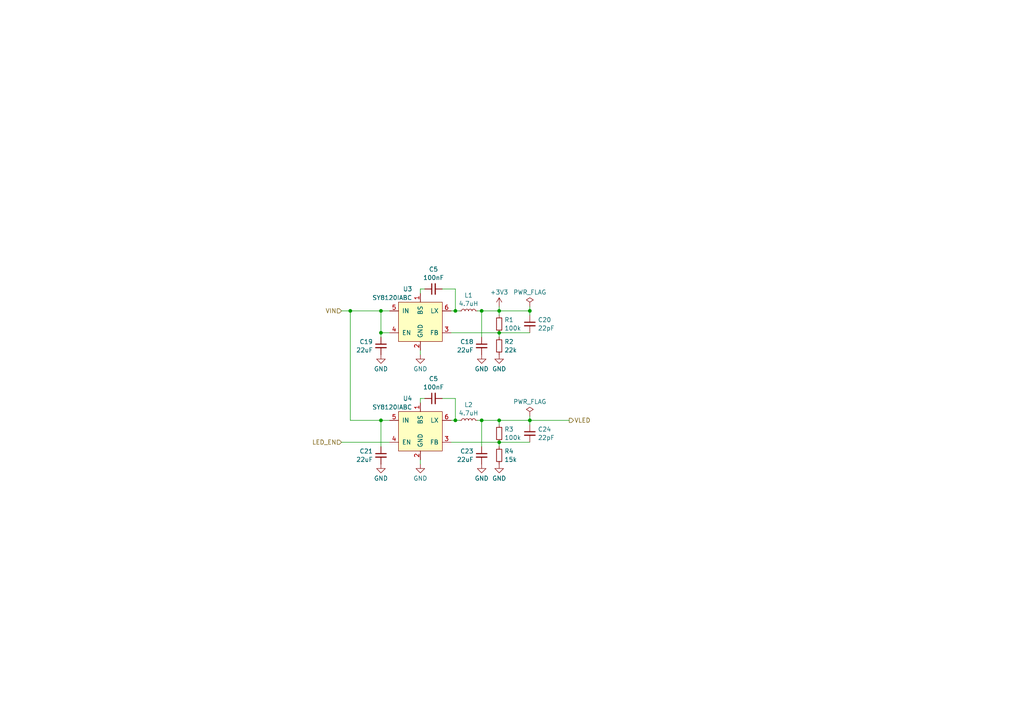
<source format=kicad_sch>
(kicad_sch (version 20230121) (generator eeschema)
  (paper "A4")
  (lib_symbols
    (symbol "Device:C_Small" (pin_numbers hide) (pin_names (offset 0.254) hide)
      (property "Reference" "C" (at 0.254 1.778 0))
      (property "Value" "C_Small" (at 0.254 -2.032 0))
      (symbol "C_Small_0_1"
        (polyline (pts (xy -1.524 -0.508) (xy 1.524 -0.508)) (stroke (width 0.3302)))
        (polyline (pts (xy -1.524 0.508) (xy 1.524 0.508)) (stroke (width 0.3048)))
      )
      (symbol "C_Small_1_1"
        (pin passive line (at 0 2.54 270) (length 2.032) (name "~") (number "1"))
        (pin passive line (at 0 -2.54 90) (length 2.032) (name "~") (number "2"))
      )
    )
    (symbol "Device:L_Small" (pin_numbers hide) (pin_names (offset 0.254) hide)
      (property "Reference" "L" (at 0.762 1.016 0))
      (property "Value" "L_Small" (at 0.762 -1.016 0))
      (symbol "L_Small_0_1"
        (arc (start 0 -2.032) (mid 0.5058 -1.524) (end 0 -1.016))
        (arc (start 0 -1.016) (mid 0.5058 -0.508) (end 0 0))
        (arc (start 0 0) (mid 0.5058 0.508) (end 0 1.016))
        (arc (start 0 1.016) (mid 0.5058 1.524) (end 0 2.032))
      )
      (symbol "L_Small_1_1"
        (pin passive line (at 0 2.54 270) (length 0.508) (name "~") (number "1"))
        (pin passive line (at 0 -2.54 90) (length 0.508) (name "~") (number "2"))
      )
    )
    (symbol "Device:R_Small" (pin_numbers hide) (pin_names (offset 0.254) hide)
      (property "Reference" "R" (at 0.762 0.508 0))
      (property "Value" "R_Small" (at 0.762 -1.016 0))
      (symbol "R_Small_0_1"
        (rectangle (start -0.762 1.778) (end 0.762 -1.778) (stroke (width 0.2032)))
      )
      (symbol "R_Small_1_1"
        (pin passive line (at 0 2.54 270) (length 0.762) (name "~") (number "1"))
        (pin passive line (at 0 -2.54 90) (length 0.762) (name "~") (number "2"))
      )
    )
    (symbol "Regulator_Switching_Silergy:SY8113B" (pin_names (offset 1.016))
      (property "Reference" "U" (at -3.81 1.27 0))
      (property "Value" "SY8113B" (at 5.08 1.27 0))
      (symbol "SY8113B_1_1"
        (rectangle (start -6.35 0) (end 6.35 -11.43) (fill (type background)))
        (pin bidirectional line (at 0 2.54 270) (length 2.54) (name "BS") (number "1"))
        (pin power_in line (at 0 -13.97 90) (length 2.54) (name "GND") (number "2"))
        (pin input line (at 8.89 -8.89 180) (length 2.54) (name "FB") (number "3"))
        (pin input line (at -8.89 -8.89 0) (length 2.54) (name "EN") (number "4"))
        (pin power_in line (at -8.89 -2.54 0) (length 2.54) (name "IN") (number "5"))
        (pin output line (at 8.89 -2.54 180) (length 2.54) (name "LX") (number "6"))
      )
    )
    (symbol "power:+3V3" (power) (pin_names (offset 0))
      (property "Value" "+3V3" (at 0 3.556 0))
      (symbol "+3V3_0_1"
        (polyline (pts (xy -0.762 1.27) (xy 0 2.54)))
        (polyline (pts (xy 0 0) (xy 0 2.54)))
        (polyline (pts (xy 0 2.54) (xy 0.762 1.27)))
      )
      (symbol "+3V3_1_1"
        (pin power_in line (at 0 0 90) (length 0) hide (name "+3V3") (number "1"))
      )
    )
    (symbol "power:GND" (power) (pin_names (offset 0))
      (property "Value" "GND" (at 0 -3.81 0))
      (symbol "GND_0_1"
        (polyline (pts (xy 0 0) (xy 0 -1.27) (xy 1.27 -1.27) (xy 0 -2.54) (xy -1.27 -1.27) (xy 0 -1.27)))
      )
      (symbol "GND_1_1"
        (pin power_in line (at 0 0 270) (length 0) hide (name "GND") (number "1"))
      )
    )
    (symbol "power:PWR_FLAG" (power) (pin_numbers hide) (pin_names (offset 0) hide)
      (property "Value" "PWR_FLAG" (at 0 3.81 0))
      (symbol "PWR_FLAG_0_0"
        (pin power_out line (at 0 0 90) (length 0) (name "pwr") (number "1"))
      )
      (symbol "PWR_FLAG_0_1"
        (polyline (pts (xy 0 0) (xy 0 1.27) (xy -1.016 1.905) (xy 0 2.54) (xy 1.016 1.905) (xy 0 1.27)))
      )
    )
  )
  (junction (at 144.78 128.27))
  (junction (at 132.08 90.17))
  (junction (at 153.67 121.92))
  (junction (at 144.78 96.52))
  (junction (at 101.6 90.17))
  (junction (at 144.78 121.92))
  (junction (at 110.49 96.52))
  (junction (at 132.08 121.92))
  (junction (at 110.49 121.92))
  (junction (at 144.78 90.17))
  (junction (at 153.67 90.17))
  (junction (at 139.7 90.17))
  (junction (at 139.7 121.92))
  (junction (at 110.49 90.17))
  (wire (pts (xy 121.92 83.82) (xy 121.92 85.09)))
  (wire (pts (xy 132.08 90.17) (xy 133.35 90.17)))
  (wire (pts (xy 121.92 101.6) (xy 121.92 102.87)))
  (wire (pts (xy 128.27 83.82) (xy 132.08 83.82)))
  (wire (pts (xy 139.7 90.17) (xy 138.43 90.17)))
  (wire (pts (xy 130.81 121.92) (xy 132.08 121.92)))
  (wire (pts (xy 144.78 121.92) (xy 153.67 121.92)))
  (wire (pts (xy 153.67 128.27) (xy 144.78 128.27)))
  (wire (pts (xy 101.6 121.92) (xy 110.49 121.92)))
  (wire (pts (xy 144.78 90.17) (xy 153.67 90.17)))
  (wire (pts (xy 132.08 115.57) (xy 132.08 121.92)))
  (wire (pts (xy 153.67 121.92) (xy 165.1 121.92)))
  (wire (pts (xy 153.67 90.17) (xy 153.67 91.44)))
  (wire (pts (xy 144.78 90.17) (xy 144.78 91.44)))
  (wire (pts (xy 153.67 120.65) (xy 153.67 121.92)))
  (wire (pts (xy 99.06 128.27) (xy 113.03 128.27)))
  (wire (pts (xy 110.49 97.79) (xy 110.49 96.52)))
  (wire (pts (xy 153.67 121.92) (xy 153.67 123.19)))
  (wire (pts (xy 144.78 96.52) (xy 144.78 97.79)))
  (wire (pts (xy 110.49 90.17) (xy 113.03 90.17)))
  (wire (pts (xy 99.06 90.17) (xy 101.6 90.17)))
  (wire (pts (xy 153.67 96.52) (xy 144.78 96.52)))
  (wire (pts (xy 130.81 96.52) (xy 144.78 96.52)))
  (wire (pts (xy 144.78 121.92) (xy 144.78 123.19)))
  (wire (pts (xy 110.49 121.92) (xy 110.49 129.54)))
  (wire (pts (xy 101.6 90.17) (xy 110.49 90.17)))
  (wire (pts (xy 139.7 90.17) (xy 139.7 97.79)))
  (wire (pts (xy 153.67 88.9) (xy 153.67 90.17)))
  (wire (pts (xy 139.7 121.92) (xy 144.78 121.92)))
  (wire (pts (xy 132.08 121.92) (xy 133.35 121.92)))
  (wire (pts (xy 130.81 128.27) (xy 144.78 128.27)))
  (wire (pts (xy 110.49 121.92) (xy 113.03 121.92)))
  (wire (pts (xy 130.81 90.17) (xy 132.08 90.17)))
  (wire (pts (xy 144.78 88.9) (xy 144.78 90.17)))
  (wire (pts (xy 128.27 115.57) (xy 132.08 115.57)))
  (wire (pts (xy 144.78 128.27) (xy 144.78 129.54)))
  (wire (pts (xy 123.19 115.57) (xy 121.92 115.57)))
  (wire (pts (xy 139.7 121.92) (xy 138.43 121.92)))
  (wire (pts (xy 121.92 115.57) (xy 121.92 116.84)))
  (wire (pts (xy 123.19 83.82) (xy 121.92 83.82)))
  (wire (pts (xy 101.6 90.17) (xy 101.6 121.92)))
  (wire (pts (xy 139.7 90.17) (xy 144.78 90.17)))
  (wire (pts (xy 139.7 121.92) (xy 139.7 129.54)))
  (wire (pts (xy 110.49 96.52) (xy 110.49 90.17)))
  (wire (pts (xy 132.08 83.82) (xy 132.08 90.17)))
  (wire (pts (xy 110.49 96.52) (xy 113.03 96.52)))
  (wire (pts (xy 121.92 133.35) (xy 121.92 134.62)))
  (hierarchical_label "LED_EN" (shape input) (at 99.06 128.27 180))
  (hierarchical_label "VLED" (shape output) (at 165.1 121.92 0))
  (hierarchical_label "VIN" (shape input) (at 99.06 90.17 180))
  (symbol (lib_id "power:GND") (at 139.7 134.62 0) (unit 1)
    (property "Reference" "#PWR041" (effects hide))
    (property "Value" "GND" (at 139.7 138.7531 0))
  )
  (symbol (lib_id "Device:R_Small") (at 144.78 132.08 0) (unit 1)
    (property "Reference" "R4" (at 146.2786 130.8679 0) (effects (justify left)))
    (property "Value" "15k" (at 146.2786 133.2921 0) (effects (justify left)))
    (property "Footprint" "Resistor_SMD:R_0402_1005Metric" (effects hide))
    (property "LCSC" "C25756" (effects hide))
  )
  (symbol (lib_id "power:PWR_FLAG") (at 153.67 88.9 0) (unit 1)
    (property "Reference" "#FLG01" (effects hide))
    (property "Value" "PWR_FLAG" (at 153.67 84.7669 0))
  )
  (symbol (lib_id "power:GND") (at 121.92 134.62 0) (unit 1)
    (property "Reference" "#PWR040" (effects hide))
    (property "Value" "GND" (at 121.92 138.7531 0))
  )
  (symbol (lib_id "power:GND") (at 139.7 102.87 0) (unit 1)
    (property "Reference" "#PWR034" (effects hide))
    (property "Value" "GND" (at 139.7 107.0031 0))
  )
  (symbol (lib_id "power:+3V3") (at 144.78 88.9 0) (unit 1)
    (property "Reference" "#PWR038" (effects hide))
    (property "Value" "+3V3" (at 144.78 84.7669 0))
  )
  (symbol (lib_id "Device:R_Small") (at 144.78 93.98 0) (unit 1)
    (property "Reference" "R1" (at 146.2786 92.7679 0) (effects (justify left)))
    (property "Value" "100k" (at 146.2786 95.1921 0) (effects (justify left)))
    (property "Footprint" "Resistor_SMD:R_0402_1005Metric" (effects hide))
    (property "LCSC" "C25741" (effects hide))
  )
  (symbol (lib_id "Device:C_Small") (at 125.73 115.57 90) (unit 1)
    (property "Reference" "C5" (at 125.7363 109.8636 90))
    (property "Value" "100nF" (at 125.7363 112.2878 90))
    (property "Footprint" "Capacitor_SMD:C_0402_1005Metric" (effects hide))
    (property "LCSC" "C1525" (effects hide))
    (instances (project "blinkekatze" (path "" (reference "C5") (unit 1)) (path "" (reference "C22") (unit 1))))
  )
  (symbol (lib_id "Regulator_Switching_Silergy:SY8113B") (at 121.92 119.38 0) (unit 1)
    (property "Reference" "U4" (at 116.84 115.57 0) (effects (justify left)))
    (property "Value" "SY8120IABC" (at 107.95 118.11 0) (effects (justify left)))
    (property "Footprint" "Package_TO_SOT_SMD:SOT-23-6" (effects hide))
    (property "Datasheet" "https://datasheet.lcsc.com/szlcsc/2001171834_Silergy-Corp-SY8120IABC_C479076.pdf" (effects hide))
    (property "LCSC" "C479076" (effects hide))
  )
  (symbol (lib_id "power:GND") (at 110.49 102.87 0) (unit 1)
    (property "Reference" "#PWR037" (effects hide))
    (property "Value" "GND" (at 110.49 107.0031 0))
  )
  (symbol (lib_id "Device:R_Small") (at 144.78 100.33 0) (unit 1)
    (property "Reference" "R2" (at 146.2786 99.1179 0) (effects (justify left)))
    (property "Value" "22k" (at 146.2786 101.5421 0) (effects (justify left)))
    (property "Footprint" "Resistor_SMD:R_0402_1005Metric" (effects hide))
    (property "LCSC" "C25768" (effects hide))
  )
  (symbol (lib_id "Device:C_Small") (at 110.49 100.33 0) (mirror y) (unit 1)
    (property "Reference" "C19" (at 108.1659 99.1242 0) (effects (justify left)))
    (property "Value" "22uF" (at 108.1659 101.5484 0) (effects (justify left)))
    (property "Footprint" "Capacitor_SMD:C_0805_2012Metric" (effects hide))
    (property "LCSC" "C45783" (effects hide))
  )
  (symbol (lib_id "Device:R_Small") (at 144.78 125.73 0) (unit 1)
    (property "Reference" "R3" (at 146.2786 124.5179 0) (effects (justify left)))
    (property "Value" "100k" (at 146.2786 126.9421 0) (effects (justify left)))
    (property "Footprint" "Resistor_SMD:R_0402_1005Metric" (effects hide))
    (property "LCSC" "C25741" (effects hide))
  )
  (symbol (lib_id "Device:C_Small") (at 139.7 132.08 0) (mirror y) (unit 1)
    (property "Reference" "C23" (at 137.3759 130.8742 0) (effects (justify left)))
    (property "Value" "22uF" (at 137.3759 133.2984 0) (effects (justify left)))
    (property "Footprint" "Capacitor_SMD:C_0805_2012Metric" (effects hide))
    (property "LCSC" "C45783" (effects hide))
  )
  (symbol (lib_id "power:GND") (at 144.78 134.62 0) (unit 1)
    (property "Reference" "#PWR043" (effects hide))
    (property "Value" "GND" (at 144.78 138.7531 0))
  )
  (symbol (lib_id "Regulator_Switching_Silergy:SY8113B") (at 121.92 87.63 0) (unit 1)
    (property "Reference" "U3" (at 116.84 83.82 0) (effects (justify left)))
    (property "Value" "SY8120IABC" (at 107.95 86.36 0) (effects (justify left)))
    (property "Footprint" "Package_TO_SOT_SMD:SOT-23-6" (effects hide))
    (property "Datasheet" "https://datasheet.lcsc.com/szlcsc/2001171834_Silergy-Corp-SY8120IABC_C479076.pdf" (effects hide))
    (property "LCSC" "C479076" (effects hide))
  )
  (symbol (lib_id "Device:L_Small") (at 135.89 121.92 90) (unit 1)
    (property "Reference" "L2" (at 135.89 117.3969 90))
    (property "Value" "4.7uH" (at 135.89 119.8211 90))
    (property "Footprint" "Inductor_SMD:L_Taiyo-Yuden_MD-3030" (effects hide))
    (property "LCSC" "C2761891" (effects hide))
  )
  (symbol (lib_id "Device:C_Small") (at 110.49 132.08 0) (mirror y) (unit 1)
    (property "Reference" "C21" (at 108.1659 130.8742 0) (effects (justify left)))
    (property "Value" "22uF" (at 108.1659 133.2984 0) (effects (justify left)))
    (property "Footprint" "Capacitor_SMD:C_0805_2012Metric" (effects hide))
    (property "LCSC" "C45783" (effects hide))
  )
  (symbol (lib_id "Device:C_Small") (at 153.67 93.98 0) (unit 1)
    (property "Reference" "C20" (at 155.9941 92.7742 0) (effects (justify left)))
    (property "Value" "22pF" (at 155.9941 95.1984 0) (effects (justify left)))
    (property "Footprint" "Capacitor_SMD:C_0402_1005Metric" (effects hide))
    (property "LCSC" "C1555" (effects hide))
  )
  (symbol (lib_id "Device:C_Small") (at 125.73 83.82 90) (unit 1)
    (property "Reference" "C5" (at 125.7363 78.1136 90))
    (property "Value" "100nF" (at 125.7363 80.5378 90))
    (property "Footprint" "Capacitor_SMD:C_0402_1005Metric" (effects hide))
    (property "LCSC" "C1525" (effects hide))
    (instances (project "blinkekatze" (path "" (reference "C5") (unit 1)) (path "" (reference "C17") (unit 1))))
  )
  (symbol (lib_id "power:GND") (at 121.92 102.87 0) (unit 1)
    (property "Reference" "#PWR036" (effects hide))
    (property "Value" "GND" (at 121.92 107.0031 0))
  )
  (symbol (lib_id "Device:C_Small") (at 153.67 125.73 0) (unit 1)
    (property "Reference" "C24" (at 155.9941 124.5242 0) (effects (justify left)))
    (property "Value" "22pF" (at 155.9941 126.9484 0) (effects (justify left)))
    (property "Footprint" "Capacitor_SMD:C_0402_1005Metric" (effects hide))
    (property "LCSC" "C1555" (effects hide))
  )
  (symbol (lib_id "power:GND") (at 144.78 102.87 0) (unit 1)
    (property "Reference" "#PWR035" (effects hide))
    (property "Value" "GND" (at 144.78 107.0031 0))
  )
  (symbol (lib_id "power:PWR_FLAG") (at 153.67 120.65 0) (unit 1)
    (property "Reference" "#FLG02" (effects hide))
    (property "Value" "PWR_FLAG" (at 153.67 116.5169 0))
  )
  (symbol (lib_id "power:GND") (at 110.49 134.62 0) (unit 1)
    (property "Reference" "#PWR039" (effects hide))
    (property "Value" "GND" (at 110.49 138.7531 0))
  )
  (symbol (lib_id "Device:L_Small") (at 135.89 90.17 90) (unit 1)
    (property "Reference" "L1" (at 135.89 85.6469 90))
    (property "Value" "4.7uH" (at 135.89 88.0711 90))
    (property "Footprint" "Inductor_SMD:L_Taiyo-Yuden_MD-3030" (effects hide))
    (property "LCSC" "C2761891" (effects hide))
  )
  (symbol (lib_id "Device:C_Small") (at 139.7 100.33 0) (mirror y) (unit 1)
    (property "Reference" "C18" (at 137.3759 99.1242 0) (effects (justify left)))
    (property "Value" "22uF" (at 137.3759 101.5484 0) (effects (justify left)))
    (property "Footprint" "Capacitor_SMD:C_0805_2012Metric" (effects hide))
    (property "LCSC" "C45783" (effects hide))
  )
)
</source>
